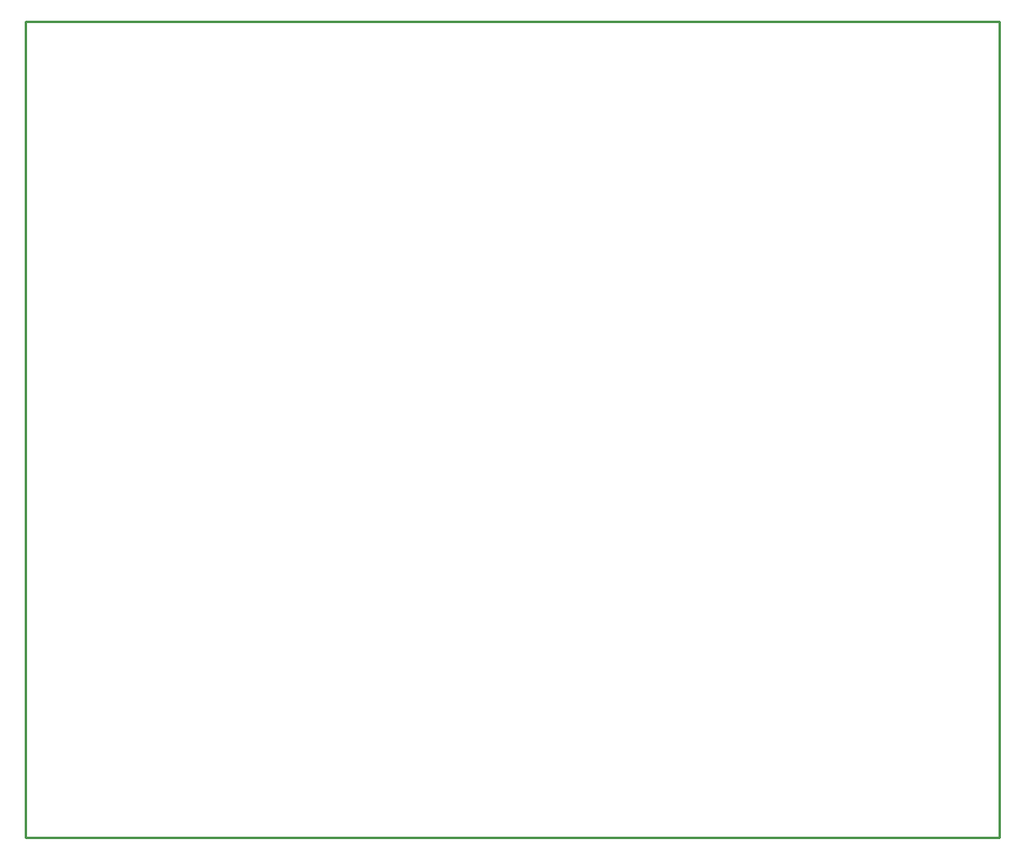
<source format=gko>
G04*
G04 #@! TF.GenerationSoftware,Altium Limited,Altium Designer,21.4.1 (30)*
G04*
G04 Layer_Color=16711935*
%FSLAX42Y42*%
%MOMM*%
G71*
G04*
G04 #@! TF.SameCoordinates,E2F270B4-6BBA-4985-9D84-7226317FA361*
G04*
G04*
G04 #@! TF.FilePolarity,Positive*
G04*
G01*
G75*
%ADD41C,0.25*%
D41*
X4191Y11646D02*
X14541D01*
Y2972D02*
Y11646D01*
X4191Y2972D02*
X14541D01*
X4191D02*
Y11646D01*
M02*

</source>
